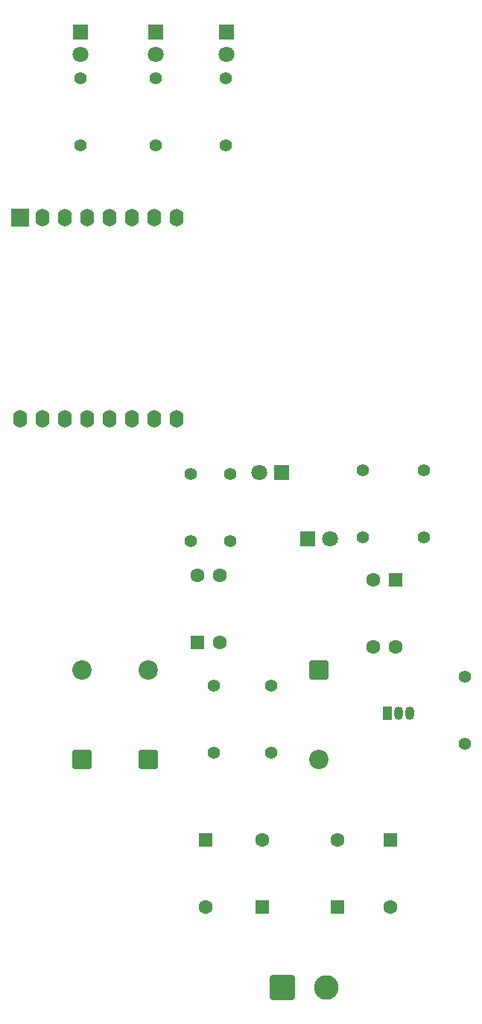
<source format=gbs>
G04 #@! TF.GenerationSoftware,KiCad,Pcbnew,9.0.5*
G04 #@! TF.CreationDate,2025-11-23T21:58:28+00:00*
G04 #@! TF.ProjectId,OpenThermShield,4f70656e-5468-4657-926d-536869656c64,rev?*
G04 #@! TF.SameCoordinates,Original*
G04 #@! TF.FileFunction,Soldermask,Bot*
G04 #@! TF.FilePolarity,Negative*
%FSLAX46Y46*%
G04 Gerber Fmt 4.6, Leading zero omitted, Abs format (unit mm)*
G04 Created by KiCad (PCBNEW 9.0.5) date 2025-11-23 21:58:28*
%MOMM*%
%LPD*%
G01*
G04 APERTURE LIST*
G04 Aperture macros list*
%AMRoundRect*
0 Rectangle with rounded corners*
0 $1 Rounding radius*
0 $2 $3 $4 $5 $6 $7 $8 $9 X,Y pos of 4 corners*
0 Add a 4 corners polygon primitive as box body*
4,1,4,$2,$3,$4,$5,$6,$7,$8,$9,$2,$3,0*
0 Add four circle primitives for the rounded corners*
1,1,$1+$1,$2,$3*
1,1,$1+$1,$4,$5*
1,1,$1+$1,$6,$7*
1,1,$1+$1,$8,$9*
0 Add four rect primitives between the rounded corners*
20,1,$1+$1,$2,$3,$4,$5,0*
20,1,$1+$1,$4,$5,$6,$7,0*
20,1,$1+$1,$6,$7,$8,$9,0*
20,1,$1+$1,$8,$9,$2,$3,0*%
G04 Aperture macros list end*
%ADD10R,1.800000X1.800000*%
%ADD11C,1.800000*%
%ADD12C,1.400000*%
%ADD13RoundRect,0.250000X-0.550000X0.550000X-0.550000X-0.550000X0.550000X-0.550000X0.550000X0.550000X0*%
%ADD14C,1.600000*%
%ADD15RoundRect,0.249999X0.850001X-0.850001X0.850001X0.850001X-0.850001X0.850001X-0.850001X-0.850001X0*%
%ADD16C,2.200000*%
%ADD17RoundRect,0.250000X0.550000X-0.550000X0.550000X0.550000X-0.550000X0.550000X-0.550000X-0.550000X0*%
%ADD18RoundRect,0.249999X-0.850001X0.850001X-0.850001X-0.850001X0.850001X-0.850001X0.850001X0.850001X0*%
%ADD19R,1.050000X1.500000*%
%ADD20O,1.050000X1.500000*%
%ADD21RoundRect,0.250001X-1.149999X-1.149999X1.149999X-1.149999X1.149999X1.149999X-1.149999X1.149999X0*%
%ADD22C,2.800000*%
%ADD23R,2.000000X2.000000*%
%ADD24O,1.600000X2.000000*%
G04 APERTURE END LIST*
D10*
G04 #@! TO.C,D12*
X111560000Y-46960000D03*
D11*
X111560000Y-49500000D03*
G04 #@! TD*
D12*
G04 #@! TO.C,R8*
X111500000Y-52190000D03*
X111500000Y-59810000D03*
G04 #@! TD*
G04 #@! TO.C,R9*
X103500000Y-59810000D03*
X103500000Y-52190000D03*
G04 #@! TD*
D11*
G04 #@! TO.C,D11*
X103530000Y-49500000D03*
D10*
X103530000Y-46960000D03*
G04 #@! TD*
G04 #@! TO.C,D10*
X94970000Y-46960000D03*
D11*
X94970000Y-49500000D03*
G04 #@! TD*
D10*
G04 #@! TO.C,D2*
X120730000Y-104500000D03*
D11*
X123270000Y-104500000D03*
G04 #@! TD*
D13*
G04 #@! TO.C,D9*
X109130000Y-138690000D03*
D14*
X109130000Y-146310000D03*
G04 #@! TD*
D12*
G04 #@! TO.C,R2*
X127000000Y-104310000D03*
X127000000Y-96690000D03*
G04 #@! TD*
D13*
G04 #@! TO.C,U3*
X130775000Y-109195000D03*
D14*
X128235000Y-109195000D03*
X128235000Y-116815000D03*
X130775000Y-116815000D03*
G04 #@! TD*
D12*
G04 #@! TO.C,R3*
X107500000Y-97190000D03*
X107500000Y-104810000D03*
G04 #@! TD*
G04 #@! TO.C,R1*
X134000000Y-104310000D03*
X134000000Y-96690000D03*
G04 #@! TD*
G04 #@! TO.C,R4*
X112000000Y-97190000D03*
X112000000Y-104810000D03*
G04 #@! TD*
D15*
G04 #@! TO.C,D6*
X95130000Y-129580000D03*
D16*
X95130000Y-119420000D03*
G04 #@! TD*
D17*
G04 #@! TO.C,U2*
X108225000Y-116305000D03*
D14*
X110765000Y-116305000D03*
X110765000Y-108685000D03*
X108225000Y-108685000D03*
G04 #@! TD*
D12*
G04 #@! TO.C,R10*
X94970000Y-52190000D03*
X94970000Y-59810000D03*
G04 #@! TD*
G04 #@! TO.C,R7*
X138630000Y-120190000D03*
X138630000Y-127810000D03*
G04 #@! TD*
D18*
G04 #@! TO.C,D1*
X122000000Y-119420000D03*
D16*
X122000000Y-129580000D03*
G04 #@! TD*
D19*
G04 #@! TO.C,Q1*
X129860000Y-124360000D03*
D20*
X131130000Y-124360000D03*
X132400000Y-124360000D03*
G04 #@! TD*
D17*
G04 #@! TO.C,D4*
X124130000Y-146310000D03*
D14*
X124130000Y-138690000D03*
G04 #@! TD*
D12*
G04 #@! TO.C,R6*
X110130000Y-121190000D03*
X110130000Y-128810000D03*
G04 #@! TD*
G04 #@! TO.C,R5*
X116630000Y-128810000D03*
X116630000Y-121190000D03*
G04 #@! TD*
D13*
G04 #@! TO.C,D8*
X130130000Y-138690000D03*
D14*
X130130000Y-146310000D03*
G04 #@! TD*
D17*
G04 #@! TO.C,D7*
X115630000Y-146310000D03*
D14*
X115630000Y-138690000D03*
G04 #@! TD*
D15*
G04 #@! TO.C,D5*
X102630000Y-129580000D03*
D16*
X102630000Y-119420000D03*
G04 #@! TD*
D10*
G04 #@! TO.C,D3*
X117770000Y-97000000D03*
D11*
X115230000Y-97000000D03*
G04 #@! TD*
D21*
G04 #@! TO.C,J1*
X117880000Y-155467500D03*
D22*
X122880000Y-155467500D03*
G04 #@! TD*
D23*
G04 #@! TO.C,U1*
X88110000Y-68055000D03*
D24*
X90650000Y-68055000D03*
X93190000Y-68055000D03*
X95730000Y-68055000D03*
X98270000Y-68055000D03*
X100810000Y-68055000D03*
X103350000Y-68055000D03*
X105890000Y-68055000D03*
X105890000Y-90915000D03*
X103350000Y-90915000D03*
X100810000Y-90915000D03*
X98270000Y-90915000D03*
X95730000Y-90915000D03*
X93190000Y-90915000D03*
X90650000Y-90915000D03*
X88110000Y-90915000D03*
G04 #@! TD*
M02*

</source>
